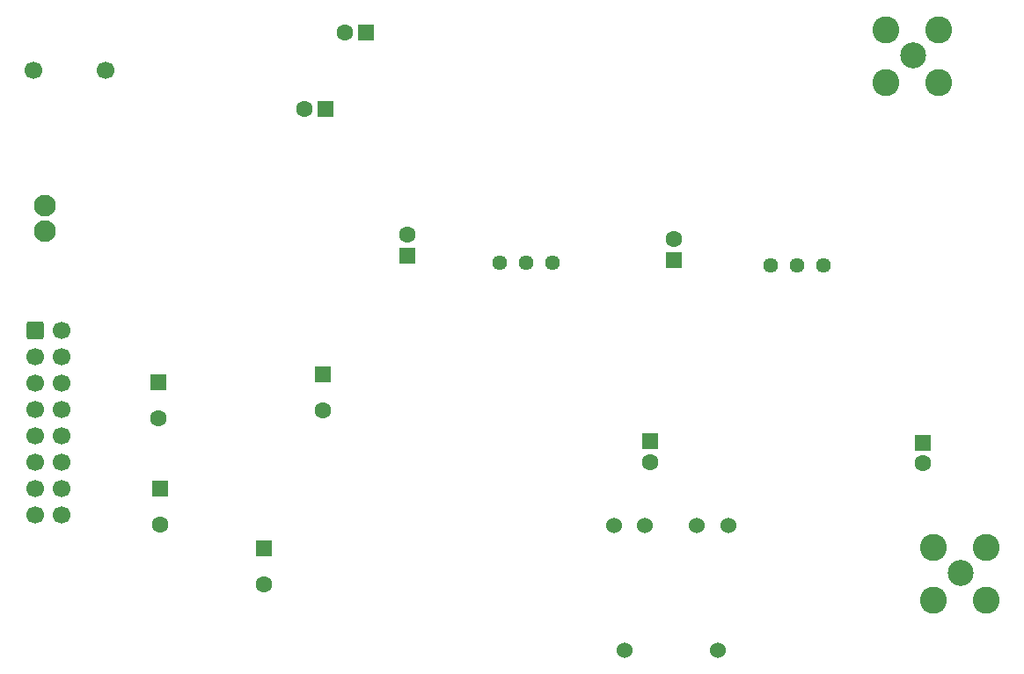
<source format=gbs>
G04 #@! TF.GenerationSoftware,KiCad,Pcbnew,6.0.9-8da3e8f707~117~ubuntu20.04.1*
G04 #@! TF.CreationDate,2022-12-08T14:13:37-05:00*
G04 #@! TF.ProjectId,sdt_qse_1496,7364745f-7173-4655-9f31-3439362e6b69,1.0*
G04 #@! TF.SameCoordinates,Original*
G04 #@! TF.FileFunction,Soldermask,Bot*
G04 #@! TF.FilePolarity,Negative*
%FSLAX46Y46*%
G04 Gerber Fmt 4.6, Leading zero omitted, Abs format (unit mm)*
G04 Created by KiCad (PCBNEW 6.0.9-8da3e8f707~117~ubuntu20.04.1) date 2022-12-08 14:13:37*
%MOMM*%
%LPD*%
G01*
G04 APERTURE LIST*
G04 Aperture macros list*
%AMRoundRect*
0 Rectangle with rounded corners*
0 $1 Rounding radius*
0 $2 $3 $4 $5 $6 $7 $8 $9 X,Y pos of 4 corners*
0 Add a 4 corners polygon primitive as box body*
4,1,4,$2,$3,$4,$5,$6,$7,$8,$9,$2,$3,0*
0 Add four circle primitives for the rounded corners*
1,1,$1+$1,$2,$3*
1,1,$1+$1,$4,$5*
1,1,$1+$1,$6,$7*
1,1,$1+$1,$8,$9*
0 Add four rect primitives between the rounded corners*
20,1,$1+$1,$2,$3,$4,$5,0*
20,1,$1+$1,$4,$5,$6,$7,0*
20,1,$1+$1,$6,$7,$8,$9,0*
20,1,$1+$1,$8,$9,$2,$3,0*%
G04 Aperture macros list end*
%ADD10C,1.700000*%
%ADD11RoundRect,0.250000X-0.600000X-0.600000X0.600000X-0.600000X0.600000X0.600000X-0.600000X0.600000X0*%
%ADD12C,2.600000*%
%ADD13C,2.500000*%
%ADD14R,1.600000X1.600000*%
%ADD15C,1.600000*%
%ADD16C,1.440000*%
%ADD17C,1.524000*%
%ADD18C,2.100000*%
G04 APERTURE END LIST*
D10*
X105837500Y-77500000D03*
X98837500Y-77500000D03*
D11*
X99000000Y-102500000D03*
D10*
X101540000Y-102500000D03*
X99000000Y-105040000D03*
X101540000Y-105040000D03*
X99000000Y-107580000D03*
X101540000Y-107580000D03*
X99000000Y-110120000D03*
X101540000Y-110120000D03*
X99000000Y-112660000D03*
X101540000Y-112660000D03*
X99000000Y-115200000D03*
X101540000Y-115200000D03*
X99000000Y-117740000D03*
X101540000Y-117740000D03*
X99000000Y-120280000D03*
X101540000Y-120280000D03*
D12*
X185460000Y-123460000D03*
X190540000Y-128540000D03*
X185460000Y-128540000D03*
X190540000Y-123460000D03*
D13*
X188100000Y-125925000D03*
D14*
X121000000Y-123500000D03*
D15*
X121000000Y-127000000D03*
D12*
X180885000Y-73535000D03*
X185965000Y-73535000D03*
X185965000Y-78615000D03*
X180885000Y-78615000D03*
D13*
X183525000Y-76000000D03*
D14*
X110850000Y-107522349D03*
D15*
X110850000Y-111022349D03*
D14*
X126955113Y-81200000D03*
D15*
X124955113Y-81200000D03*
D16*
X143750000Y-96050000D03*
X146290000Y-96050000D03*
X148830000Y-96050000D03*
D14*
X126700000Y-106747349D03*
D15*
X126700000Y-110247349D03*
D16*
X169825000Y-96250000D03*
X172365000Y-96250000D03*
X174905000Y-96250000D03*
D14*
X130855113Y-73800000D03*
D15*
X128855113Y-73800000D03*
D14*
X184450000Y-113350000D03*
D15*
X184450000Y-115350000D03*
D14*
X158175000Y-113219888D03*
D15*
X158175000Y-115219888D03*
D14*
X111050000Y-117747349D03*
D15*
X111050000Y-121247349D03*
D14*
X160475000Y-95755113D03*
D15*
X160475000Y-93755113D03*
D17*
X165725000Y-121325000D03*
X162725000Y-121325000D03*
X157725000Y-121325000D03*
X154725000Y-121325000D03*
X164725000Y-133325000D03*
X155725000Y-133325000D03*
D14*
X134850000Y-95305112D03*
D15*
X134850000Y-93305112D03*
D18*
X100000000Y-93000000D03*
X100000000Y-90500000D03*
M02*

</source>
